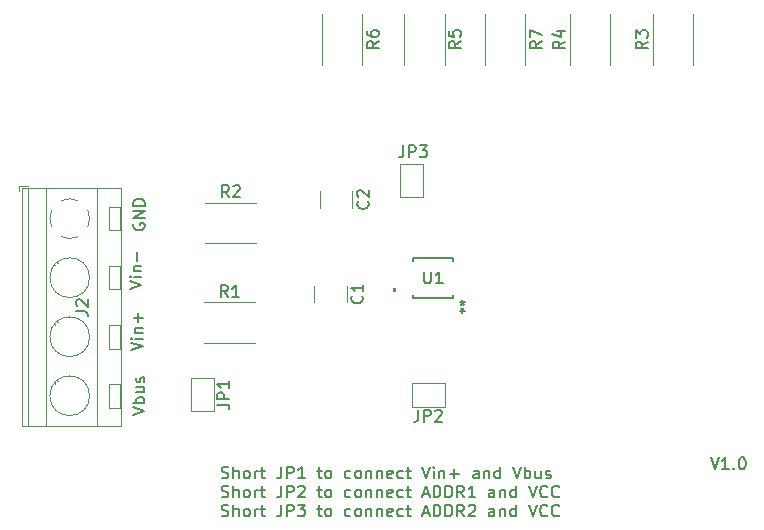
<source format=gto>
G04 #@! TF.GenerationSoftware,KiCad,Pcbnew,8.0.6-8.0.6-0~ubuntu22.04.1*
G04 #@! TF.CreationDate,2024-11-13T10:01:41+01:00*
G04 #@! TF.ProjectId,INA228_hat,494e4132-3238-45f6-9861-742e6b696361,rev?*
G04 #@! TF.SameCoordinates,Original*
G04 #@! TF.FileFunction,Legend,Top*
G04 #@! TF.FilePolarity,Positive*
%FSLAX46Y46*%
G04 Gerber Fmt 4.6, Leading zero omitted, Abs format (unit mm)*
G04 Created by KiCad (PCBNEW 8.0.6-8.0.6-0~ubuntu22.04.1) date 2024-11-13 10:01:41*
%MOMM*%
%LPD*%
G01*
G04 APERTURE LIST*
%ADD10C,0.150000*%
%ADD11C,0.120000*%
%ADD12C,0.152400*%
%ADD13C,0.000000*%
G04 APERTURE END LIST*
D10*
X109842438Y-71564411D02*
X109794819Y-71659649D01*
X109794819Y-71659649D02*
X109794819Y-71802506D01*
X109794819Y-71802506D02*
X109842438Y-71945363D01*
X109842438Y-71945363D02*
X109937676Y-72040601D01*
X109937676Y-72040601D02*
X110032914Y-72088220D01*
X110032914Y-72088220D02*
X110223390Y-72135839D01*
X110223390Y-72135839D02*
X110366247Y-72135839D01*
X110366247Y-72135839D02*
X110556723Y-72088220D01*
X110556723Y-72088220D02*
X110651961Y-72040601D01*
X110651961Y-72040601D02*
X110747200Y-71945363D01*
X110747200Y-71945363D02*
X110794819Y-71802506D01*
X110794819Y-71802506D02*
X110794819Y-71707268D01*
X110794819Y-71707268D02*
X110747200Y-71564411D01*
X110747200Y-71564411D02*
X110699580Y-71516792D01*
X110699580Y-71516792D02*
X110366247Y-71516792D01*
X110366247Y-71516792D02*
X110366247Y-71707268D01*
X110794819Y-71088220D02*
X109794819Y-71088220D01*
X109794819Y-71088220D02*
X110794819Y-70516792D01*
X110794819Y-70516792D02*
X109794819Y-70516792D01*
X110794819Y-70040601D02*
X109794819Y-70040601D01*
X109794819Y-70040601D02*
X109794819Y-69802506D01*
X109794819Y-69802506D02*
X109842438Y-69659649D01*
X109842438Y-69659649D02*
X109937676Y-69564411D01*
X109937676Y-69564411D02*
X110032914Y-69516792D01*
X110032914Y-69516792D02*
X110223390Y-69469173D01*
X110223390Y-69469173D02*
X110366247Y-69469173D01*
X110366247Y-69469173D02*
X110556723Y-69516792D01*
X110556723Y-69516792D02*
X110651961Y-69564411D01*
X110651961Y-69564411D02*
X110747200Y-69659649D01*
X110747200Y-69659649D02*
X110794819Y-69802506D01*
X110794819Y-69802506D02*
X110794819Y-70040601D01*
X109594819Y-82306077D02*
X110594819Y-81972744D01*
X110594819Y-81972744D02*
X109594819Y-81639411D01*
X110594819Y-81306077D02*
X109928152Y-81306077D01*
X109594819Y-81306077D02*
X109642438Y-81353696D01*
X109642438Y-81353696D02*
X109690057Y-81306077D01*
X109690057Y-81306077D02*
X109642438Y-81258458D01*
X109642438Y-81258458D02*
X109594819Y-81306077D01*
X109594819Y-81306077D02*
X109690057Y-81306077D01*
X109928152Y-80829887D02*
X110594819Y-80829887D01*
X110023390Y-80829887D02*
X109975771Y-80782268D01*
X109975771Y-80782268D02*
X109928152Y-80687030D01*
X109928152Y-80687030D02*
X109928152Y-80544173D01*
X109928152Y-80544173D02*
X109975771Y-80448935D01*
X109975771Y-80448935D02*
X110071009Y-80401316D01*
X110071009Y-80401316D02*
X110594819Y-80401316D01*
X110213866Y-79925125D02*
X110213866Y-79163221D01*
X110594819Y-79544173D02*
X109832914Y-79544173D01*
X109494819Y-77081077D02*
X110494819Y-76747744D01*
X110494819Y-76747744D02*
X109494819Y-76414411D01*
X110494819Y-76081077D02*
X109828152Y-76081077D01*
X109494819Y-76081077D02*
X109542438Y-76128696D01*
X109542438Y-76128696D02*
X109590057Y-76081077D01*
X109590057Y-76081077D02*
X109542438Y-76033458D01*
X109542438Y-76033458D02*
X109494819Y-76081077D01*
X109494819Y-76081077D02*
X109590057Y-76081077D01*
X109828152Y-75604887D02*
X110494819Y-75604887D01*
X109923390Y-75604887D02*
X109875771Y-75557268D01*
X109875771Y-75557268D02*
X109828152Y-75462030D01*
X109828152Y-75462030D02*
X109828152Y-75319173D01*
X109828152Y-75319173D02*
X109875771Y-75223935D01*
X109875771Y-75223935D02*
X109971009Y-75176316D01*
X109971009Y-75176316D02*
X110494819Y-75176316D01*
X110113866Y-74700125D02*
X110113866Y-73938221D01*
X117289160Y-93102312D02*
X117432017Y-93149931D01*
X117432017Y-93149931D02*
X117670112Y-93149931D01*
X117670112Y-93149931D02*
X117765350Y-93102312D01*
X117765350Y-93102312D02*
X117812969Y-93054692D01*
X117812969Y-93054692D02*
X117860588Y-92959454D01*
X117860588Y-92959454D02*
X117860588Y-92864216D01*
X117860588Y-92864216D02*
X117812969Y-92768978D01*
X117812969Y-92768978D02*
X117765350Y-92721359D01*
X117765350Y-92721359D02*
X117670112Y-92673740D01*
X117670112Y-92673740D02*
X117479636Y-92626121D01*
X117479636Y-92626121D02*
X117384398Y-92578502D01*
X117384398Y-92578502D02*
X117336779Y-92530883D01*
X117336779Y-92530883D02*
X117289160Y-92435645D01*
X117289160Y-92435645D02*
X117289160Y-92340407D01*
X117289160Y-92340407D02*
X117336779Y-92245169D01*
X117336779Y-92245169D02*
X117384398Y-92197550D01*
X117384398Y-92197550D02*
X117479636Y-92149931D01*
X117479636Y-92149931D02*
X117717731Y-92149931D01*
X117717731Y-92149931D02*
X117860588Y-92197550D01*
X118289160Y-93149931D02*
X118289160Y-92149931D01*
X118717731Y-93149931D02*
X118717731Y-92626121D01*
X118717731Y-92626121D02*
X118670112Y-92530883D01*
X118670112Y-92530883D02*
X118574874Y-92483264D01*
X118574874Y-92483264D02*
X118432017Y-92483264D01*
X118432017Y-92483264D02*
X118336779Y-92530883D01*
X118336779Y-92530883D02*
X118289160Y-92578502D01*
X119336779Y-93149931D02*
X119241541Y-93102312D01*
X119241541Y-93102312D02*
X119193922Y-93054692D01*
X119193922Y-93054692D02*
X119146303Y-92959454D01*
X119146303Y-92959454D02*
X119146303Y-92673740D01*
X119146303Y-92673740D02*
X119193922Y-92578502D01*
X119193922Y-92578502D02*
X119241541Y-92530883D01*
X119241541Y-92530883D02*
X119336779Y-92483264D01*
X119336779Y-92483264D02*
X119479636Y-92483264D01*
X119479636Y-92483264D02*
X119574874Y-92530883D01*
X119574874Y-92530883D02*
X119622493Y-92578502D01*
X119622493Y-92578502D02*
X119670112Y-92673740D01*
X119670112Y-92673740D02*
X119670112Y-92959454D01*
X119670112Y-92959454D02*
X119622493Y-93054692D01*
X119622493Y-93054692D02*
X119574874Y-93102312D01*
X119574874Y-93102312D02*
X119479636Y-93149931D01*
X119479636Y-93149931D02*
X119336779Y-93149931D01*
X120098684Y-93149931D02*
X120098684Y-92483264D01*
X120098684Y-92673740D02*
X120146303Y-92578502D01*
X120146303Y-92578502D02*
X120193922Y-92530883D01*
X120193922Y-92530883D02*
X120289160Y-92483264D01*
X120289160Y-92483264D02*
X120384398Y-92483264D01*
X120574875Y-92483264D02*
X120955827Y-92483264D01*
X120717732Y-92149931D02*
X120717732Y-93007073D01*
X120717732Y-93007073D02*
X120765351Y-93102312D01*
X120765351Y-93102312D02*
X120860589Y-93149931D01*
X120860589Y-93149931D02*
X120955827Y-93149931D01*
X122336780Y-92149931D02*
X122336780Y-92864216D01*
X122336780Y-92864216D02*
X122289161Y-93007073D01*
X122289161Y-93007073D02*
X122193923Y-93102312D01*
X122193923Y-93102312D02*
X122051066Y-93149931D01*
X122051066Y-93149931D02*
X121955828Y-93149931D01*
X122812971Y-93149931D02*
X122812971Y-92149931D01*
X122812971Y-92149931D02*
X123193923Y-92149931D01*
X123193923Y-92149931D02*
X123289161Y-92197550D01*
X123289161Y-92197550D02*
X123336780Y-92245169D01*
X123336780Y-92245169D02*
X123384399Y-92340407D01*
X123384399Y-92340407D02*
X123384399Y-92483264D01*
X123384399Y-92483264D02*
X123336780Y-92578502D01*
X123336780Y-92578502D02*
X123289161Y-92626121D01*
X123289161Y-92626121D02*
X123193923Y-92673740D01*
X123193923Y-92673740D02*
X122812971Y-92673740D01*
X124336780Y-93149931D02*
X123765352Y-93149931D01*
X124051066Y-93149931D02*
X124051066Y-92149931D01*
X124051066Y-92149931D02*
X123955828Y-92292788D01*
X123955828Y-92292788D02*
X123860590Y-92388026D01*
X123860590Y-92388026D02*
X123765352Y-92435645D01*
X125384400Y-92483264D02*
X125765352Y-92483264D01*
X125527257Y-92149931D02*
X125527257Y-93007073D01*
X125527257Y-93007073D02*
X125574876Y-93102312D01*
X125574876Y-93102312D02*
X125670114Y-93149931D01*
X125670114Y-93149931D02*
X125765352Y-93149931D01*
X126241543Y-93149931D02*
X126146305Y-93102312D01*
X126146305Y-93102312D02*
X126098686Y-93054692D01*
X126098686Y-93054692D02*
X126051067Y-92959454D01*
X126051067Y-92959454D02*
X126051067Y-92673740D01*
X126051067Y-92673740D02*
X126098686Y-92578502D01*
X126098686Y-92578502D02*
X126146305Y-92530883D01*
X126146305Y-92530883D02*
X126241543Y-92483264D01*
X126241543Y-92483264D02*
X126384400Y-92483264D01*
X126384400Y-92483264D02*
X126479638Y-92530883D01*
X126479638Y-92530883D02*
X126527257Y-92578502D01*
X126527257Y-92578502D02*
X126574876Y-92673740D01*
X126574876Y-92673740D02*
X126574876Y-92959454D01*
X126574876Y-92959454D02*
X126527257Y-93054692D01*
X126527257Y-93054692D02*
X126479638Y-93102312D01*
X126479638Y-93102312D02*
X126384400Y-93149931D01*
X126384400Y-93149931D02*
X126241543Y-93149931D01*
X128193924Y-93102312D02*
X128098686Y-93149931D01*
X128098686Y-93149931D02*
X127908210Y-93149931D01*
X127908210Y-93149931D02*
X127812972Y-93102312D01*
X127812972Y-93102312D02*
X127765353Y-93054692D01*
X127765353Y-93054692D02*
X127717734Y-92959454D01*
X127717734Y-92959454D02*
X127717734Y-92673740D01*
X127717734Y-92673740D02*
X127765353Y-92578502D01*
X127765353Y-92578502D02*
X127812972Y-92530883D01*
X127812972Y-92530883D02*
X127908210Y-92483264D01*
X127908210Y-92483264D02*
X128098686Y-92483264D01*
X128098686Y-92483264D02*
X128193924Y-92530883D01*
X128765353Y-93149931D02*
X128670115Y-93102312D01*
X128670115Y-93102312D02*
X128622496Y-93054692D01*
X128622496Y-93054692D02*
X128574877Y-92959454D01*
X128574877Y-92959454D02*
X128574877Y-92673740D01*
X128574877Y-92673740D02*
X128622496Y-92578502D01*
X128622496Y-92578502D02*
X128670115Y-92530883D01*
X128670115Y-92530883D02*
X128765353Y-92483264D01*
X128765353Y-92483264D02*
X128908210Y-92483264D01*
X128908210Y-92483264D02*
X129003448Y-92530883D01*
X129003448Y-92530883D02*
X129051067Y-92578502D01*
X129051067Y-92578502D02*
X129098686Y-92673740D01*
X129098686Y-92673740D02*
X129098686Y-92959454D01*
X129098686Y-92959454D02*
X129051067Y-93054692D01*
X129051067Y-93054692D02*
X129003448Y-93102312D01*
X129003448Y-93102312D02*
X128908210Y-93149931D01*
X128908210Y-93149931D02*
X128765353Y-93149931D01*
X129527258Y-92483264D02*
X129527258Y-93149931D01*
X129527258Y-92578502D02*
X129574877Y-92530883D01*
X129574877Y-92530883D02*
X129670115Y-92483264D01*
X129670115Y-92483264D02*
X129812972Y-92483264D01*
X129812972Y-92483264D02*
X129908210Y-92530883D01*
X129908210Y-92530883D02*
X129955829Y-92626121D01*
X129955829Y-92626121D02*
X129955829Y-93149931D01*
X130432020Y-92483264D02*
X130432020Y-93149931D01*
X130432020Y-92578502D02*
X130479639Y-92530883D01*
X130479639Y-92530883D02*
X130574877Y-92483264D01*
X130574877Y-92483264D02*
X130717734Y-92483264D01*
X130717734Y-92483264D02*
X130812972Y-92530883D01*
X130812972Y-92530883D02*
X130860591Y-92626121D01*
X130860591Y-92626121D02*
X130860591Y-93149931D01*
X131717734Y-93102312D02*
X131622496Y-93149931D01*
X131622496Y-93149931D02*
X131432020Y-93149931D01*
X131432020Y-93149931D02*
X131336782Y-93102312D01*
X131336782Y-93102312D02*
X131289163Y-93007073D01*
X131289163Y-93007073D02*
X131289163Y-92626121D01*
X131289163Y-92626121D02*
X131336782Y-92530883D01*
X131336782Y-92530883D02*
X131432020Y-92483264D01*
X131432020Y-92483264D02*
X131622496Y-92483264D01*
X131622496Y-92483264D02*
X131717734Y-92530883D01*
X131717734Y-92530883D02*
X131765353Y-92626121D01*
X131765353Y-92626121D02*
X131765353Y-92721359D01*
X131765353Y-92721359D02*
X131289163Y-92816597D01*
X132622496Y-93102312D02*
X132527258Y-93149931D01*
X132527258Y-93149931D02*
X132336782Y-93149931D01*
X132336782Y-93149931D02*
X132241544Y-93102312D01*
X132241544Y-93102312D02*
X132193925Y-93054692D01*
X132193925Y-93054692D02*
X132146306Y-92959454D01*
X132146306Y-92959454D02*
X132146306Y-92673740D01*
X132146306Y-92673740D02*
X132193925Y-92578502D01*
X132193925Y-92578502D02*
X132241544Y-92530883D01*
X132241544Y-92530883D02*
X132336782Y-92483264D01*
X132336782Y-92483264D02*
X132527258Y-92483264D01*
X132527258Y-92483264D02*
X132622496Y-92530883D01*
X132908211Y-92483264D02*
X133289163Y-92483264D01*
X133051068Y-92149931D02*
X133051068Y-93007073D01*
X133051068Y-93007073D02*
X133098687Y-93102312D01*
X133098687Y-93102312D02*
X133193925Y-93149931D01*
X133193925Y-93149931D02*
X133289163Y-93149931D01*
X134241545Y-92149931D02*
X134574878Y-93149931D01*
X134574878Y-93149931D02*
X134908211Y-92149931D01*
X135241545Y-93149931D02*
X135241545Y-92483264D01*
X135241545Y-92149931D02*
X135193926Y-92197550D01*
X135193926Y-92197550D02*
X135241545Y-92245169D01*
X135241545Y-92245169D02*
X135289164Y-92197550D01*
X135289164Y-92197550D02*
X135241545Y-92149931D01*
X135241545Y-92149931D02*
X135241545Y-92245169D01*
X135717735Y-92483264D02*
X135717735Y-93149931D01*
X135717735Y-92578502D02*
X135765354Y-92530883D01*
X135765354Y-92530883D02*
X135860592Y-92483264D01*
X135860592Y-92483264D02*
X136003449Y-92483264D01*
X136003449Y-92483264D02*
X136098687Y-92530883D01*
X136098687Y-92530883D02*
X136146306Y-92626121D01*
X136146306Y-92626121D02*
X136146306Y-93149931D01*
X136622497Y-92768978D02*
X137384402Y-92768978D01*
X137003449Y-93149931D02*
X137003449Y-92388026D01*
X139051068Y-93149931D02*
X139051068Y-92626121D01*
X139051068Y-92626121D02*
X139003449Y-92530883D01*
X139003449Y-92530883D02*
X138908211Y-92483264D01*
X138908211Y-92483264D02*
X138717735Y-92483264D01*
X138717735Y-92483264D02*
X138622497Y-92530883D01*
X139051068Y-93102312D02*
X138955830Y-93149931D01*
X138955830Y-93149931D02*
X138717735Y-93149931D01*
X138717735Y-93149931D02*
X138622497Y-93102312D01*
X138622497Y-93102312D02*
X138574878Y-93007073D01*
X138574878Y-93007073D02*
X138574878Y-92911835D01*
X138574878Y-92911835D02*
X138622497Y-92816597D01*
X138622497Y-92816597D02*
X138717735Y-92768978D01*
X138717735Y-92768978D02*
X138955830Y-92768978D01*
X138955830Y-92768978D02*
X139051068Y-92721359D01*
X139527259Y-92483264D02*
X139527259Y-93149931D01*
X139527259Y-92578502D02*
X139574878Y-92530883D01*
X139574878Y-92530883D02*
X139670116Y-92483264D01*
X139670116Y-92483264D02*
X139812973Y-92483264D01*
X139812973Y-92483264D02*
X139908211Y-92530883D01*
X139908211Y-92530883D02*
X139955830Y-92626121D01*
X139955830Y-92626121D02*
X139955830Y-93149931D01*
X140860592Y-93149931D02*
X140860592Y-92149931D01*
X140860592Y-93102312D02*
X140765354Y-93149931D01*
X140765354Y-93149931D02*
X140574878Y-93149931D01*
X140574878Y-93149931D02*
X140479640Y-93102312D01*
X140479640Y-93102312D02*
X140432021Y-93054692D01*
X140432021Y-93054692D02*
X140384402Y-92959454D01*
X140384402Y-92959454D02*
X140384402Y-92673740D01*
X140384402Y-92673740D02*
X140432021Y-92578502D01*
X140432021Y-92578502D02*
X140479640Y-92530883D01*
X140479640Y-92530883D02*
X140574878Y-92483264D01*
X140574878Y-92483264D02*
X140765354Y-92483264D01*
X140765354Y-92483264D02*
X140860592Y-92530883D01*
X141955831Y-92149931D02*
X142289164Y-93149931D01*
X142289164Y-93149931D02*
X142622497Y-92149931D01*
X142955831Y-93149931D02*
X142955831Y-92149931D01*
X142955831Y-92530883D02*
X143051069Y-92483264D01*
X143051069Y-92483264D02*
X143241545Y-92483264D01*
X143241545Y-92483264D02*
X143336783Y-92530883D01*
X143336783Y-92530883D02*
X143384402Y-92578502D01*
X143384402Y-92578502D02*
X143432021Y-92673740D01*
X143432021Y-92673740D02*
X143432021Y-92959454D01*
X143432021Y-92959454D02*
X143384402Y-93054692D01*
X143384402Y-93054692D02*
X143336783Y-93102312D01*
X143336783Y-93102312D02*
X143241545Y-93149931D01*
X143241545Y-93149931D02*
X143051069Y-93149931D01*
X143051069Y-93149931D02*
X142955831Y-93102312D01*
X144289164Y-92483264D02*
X144289164Y-93149931D01*
X143860593Y-92483264D02*
X143860593Y-93007073D01*
X143860593Y-93007073D02*
X143908212Y-93102312D01*
X143908212Y-93102312D02*
X144003450Y-93149931D01*
X144003450Y-93149931D02*
X144146307Y-93149931D01*
X144146307Y-93149931D02*
X144241545Y-93102312D01*
X144241545Y-93102312D02*
X144289164Y-93054692D01*
X144717736Y-93102312D02*
X144812974Y-93149931D01*
X144812974Y-93149931D02*
X145003450Y-93149931D01*
X145003450Y-93149931D02*
X145098688Y-93102312D01*
X145098688Y-93102312D02*
X145146307Y-93007073D01*
X145146307Y-93007073D02*
X145146307Y-92959454D01*
X145146307Y-92959454D02*
X145098688Y-92864216D01*
X145098688Y-92864216D02*
X145003450Y-92816597D01*
X145003450Y-92816597D02*
X144860593Y-92816597D01*
X144860593Y-92816597D02*
X144765355Y-92768978D01*
X144765355Y-92768978D02*
X144717736Y-92673740D01*
X144717736Y-92673740D02*
X144717736Y-92626121D01*
X144717736Y-92626121D02*
X144765355Y-92530883D01*
X144765355Y-92530883D02*
X144860593Y-92483264D01*
X144860593Y-92483264D02*
X145003450Y-92483264D01*
X145003450Y-92483264D02*
X145098688Y-92530883D01*
X117289160Y-94712256D02*
X117432017Y-94759875D01*
X117432017Y-94759875D02*
X117670112Y-94759875D01*
X117670112Y-94759875D02*
X117765350Y-94712256D01*
X117765350Y-94712256D02*
X117812969Y-94664636D01*
X117812969Y-94664636D02*
X117860588Y-94569398D01*
X117860588Y-94569398D02*
X117860588Y-94474160D01*
X117860588Y-94474160D02*
X117812969Y-94378922D01*
X117812969Y-94378922D02*
X117765350Y-94331303D01*
X117765350Y-94331303D02*
X117670112Y-94283684D01*
X117670112Y-94283684D02*
X117479636Y-94236065D01*
X117479636Y-94236065D02*
X117384398Y-94188446D01*
X117384398Y-94188446D02*
X117336779Y-94140827D01*
X117336779Y-94140827D02*
X117289160Y-94045589D01*
X117289160Y-94045589D02*
X117289160Y-93950351D01*
X117289160Y-93950351D02*
X117336779Y-93855113D01*
X117336779Y-93855113D02*
X117384398Y-93807494D01*
X117384398Y-93807494D02*
X117479636Y-93759875D01*
X117479636Y-93759875D02*
X117717731Y-93759875D01*
X117717731Y-93759875D02*
X117860588Y-93807494D01*
X118289160Y-94759875D02*
X118289160Y-93759875D01*
X118717731Y-94759875D02*
X118717731Y-94236065D01*
X118717731Y-94236065D02*
X118670112Y-94140827D01*
X118670112Y-94140827D02*
X118574874Y-94093208D01*
X118574874Y-94093208D02*
X118432017Y-94093208D01*
X118432017Y-94093208D02*
X118336779Y-94140827D01*
X118336779Y-94140827D02*
X118289160Y-94188446D01*
X119336779Y-94759875D02*
X119241541Y-94712256D01*
X119241541Y-94712256D02*
X119193922Y-94664636D01*
X119193922Y-94664636D02*
X119146303Y-94569398D01*
X119146303Y-94569398D02*
X119146303Y-94283684D01*
X119146303Y-94283684D02*
X119193922Y-94188446D01*
X119193922Y-94188446D02*
X119241541Y-94140827D01*
X119241541Y-94140827D02*
X119336779Y-94093208D01*
X119336779Y-94093208D02*
X119479636Y-94093208D01*
X119479636Y-94093208D02*
X119574874Y-94140827D01*
X119574874Y-94140827D02*
X119622493Y-94188446D01*
X119622493Y-94188446D02*
X119670112Y-94283684D01*
X119670112Y-94283684D02*
X119670112Y-94569398D01*
X119670112Y-94569398D02*
X119622493Y-94664636D01*
X119622493Y-94664636D02*
X119574874Y-94712256D01*
X119574874Y-94712256D02*
X119479636Y-94759875D01*
X119479636Y-94759875D02*
X119336779Y-94759875D01*
X120098684Y-94759875D02*
X120098684Y-94093208D01*
X120098684Y-94283684D02*
X120146303Y-94188446D01*
X120146303Y-94188446D02*
X120193922Y-94140827D01*
X120193922Y-94140827D02*
X120289160Y-94093208D01*
X120289160Y-94093208D02*
X120384398Y-94093208D01*
X120574875Y-94093208D02*
X120955827Y-94093208D01*
X120717732Y-93759875D02*
X120717732Y-94617017D01*
X120717732Y-94617017D02*
X120765351Y-94712256D01*
X120765351Y-94712256D02*
X120860589Y-94759875D01*
X120860589Y-94759875D02*
X120955827Y-94759875D01*
X122336780Y-93759875D02*
X122336780Y-94474160D01*
X122336780Y-94474160D02*
X122289161Y-94617017D01*
X122289161Y-94617017D02*
X122193923Y-94712256D01*
X122193923Y-94712256D02*
X122051066Y-94759875D01*
X122051066Y-94759875D02*
X121955828Y-94759875D01*
X122812971Y-94759875D02*
X122812971Y-93759875D01*
X122812971Y-93759875D02*
X123193923Y-93759875D01*
X123193923Y-93759875D02*
X123289161Y-93807494D01*
X123289161Y-93807494D02*
X123336780Y-93855113D01*
X123336780Y-93855113D02*
X123384399Y-93950351D01*
X123384399Y-93950351D02*
X123384399Y-94093208D01*
X123384399Y-94093208D02*
X123336780Y-94188446D01*
X123336780Y-94188446D02*
X123289161Y-94236065D01*
X123289161Y-94236065D02*
X123193923Y-94283684D01*
X123193923Y-94283684D02*
X122812971Y-94283684D01*
X123765352Y-93855113D02*
X123812971Y-93807494D01*
X123812971Y-93807494D02*
X123908209Y-93759875D01*
X123908209Y-93759875D02*
X124146304Y-93759875D01*
X124146304Y-93759875D02*
X124241542Y-93807494D01*
X124241542Y-93807494D02*
X124289161Y-93855113D01*
X124289161Y-93855113D02*
X124336780Y-93950351D01*
X124336780Y-93950351D02*
X124336780Y-94045589D01*
X124336780Y-94045589D02*
X124289161Y-94188446D01*
X124289161Y-94188446D02*
X123717733Y-94759875D01*
X123717733Y-94759875D02*
X124336780Y-94759875D01*
X125384400Y-94093208D02*
X125765352Y-94093208D01*
X125527257Y-93759875D02*
X125527257Y-94617017D01*
X125527257Y-94617017D02*
X125574876Y-94712256D01*
X125574876Y-94712256D02*
X125670114Y-94759875D01*
X125670114Y-94759875D02*
X125765352Y-94759875D01*
X126241543Y-94759875D02*
X126146305Y-94712256D01*
X126146305Y-94712256D02*
X126098686Y-94664636D01*
X126098686Y-94664636D02*
X126051067Y-94569398D01*
X126051067Y-94569398D02*
X126051067Y-94283684D01*
X126051067Y-94283684D02*
X126098686Y-94188446D01*
X126098686Y-94188446D02*
X126146305Y-94140827D01*
X126146305Y-94140827D02*
X126241543Y-94093208D01*
X126241543Y-94093208D02*
X126384400Y-94093208D01*
X126384400Y-94093208D02*
X126479638Y-94140827D01*
X126479638Y-94140827D02*
X126527257Y-94188446D01*
X126527257Y-94188446D02*
X126574876Y-94283684D01*
X126574876Y-94283684D02*
X126574876Y-94569398D01*
X126574876Y-94569398D02*
X126527257Y-94664636D01*
X126527257Y-94664636D02*
X126479638Y-94712256D01*
X126479638Y-94712256D02*
X126384400Y-94759875D01*
X126384400Y-94759875D02*
X126241543Y-94759875D01*
X128193924Y-94712256D02*
X128098686Y-94759875D01*
X128098686Y-94759875D02*
X127908210Y-94759875D01*
X127908210Y-94759875D02*
X127812972Y-94712256D01*
X127812972Y-94712256D02*
X127765353Y-94664636D01*
X127765353Y-94664636D02*
X127717734Y-94569398D01*
X127717734Y-94569398D02*
X127717734Y-94283684D01*
X127717734Y-94283684D02*
X127765353Y-94188446D01*
X127765353Y-94188446D02*
X127812972Y-94140827D01*
X127812972Y-94140827D02*
X127908210Y-94093208D01*
X127908210Y-94093208D02*
X128098686Y-94093208D01*
X128098686Y-94093208D02*
X128193924Y-94140827D01*
X128765353Y-94759875D02*
X128670115Y-94712256D01*
X128670115Y-94712256D02*
X128622496Y-94664636D01*
X128622496Y-94664636D02*
X128574877Y-94569398D01*
X128574877Y-94569398D02*
X128574877Y-94283684D01*
X128574877Y-94283684D02*
X128622496Y-94188446D01*
X128622496Y-94188446D02*
X128670115Y-94140827D01*
X128670115Y-94140827D02*
X128765353Y-94093208D01*
X128765353Y-94093208D02*
X128908210Y-94093208D01*
X128908210Y-94093208D02*
X129003448Y-94140827D01*
X129003448Y-94140827D02*
X129051067Y-94188446D01*
X129051067Y-94188446D02*
X129098686Y-94283684D01*
X129098686Y-94283684D02*
X129098686Y-94569398D01*
X129098686Y-94569398D02*
X129051067Y-94664636D01*
X129051067Y-94664636D02*
X129003448Y-94712256D01*
X129003448Y-94712256D02*
X128908210Y-94759875D01*
X128908210Y-94759875D02*
X128765353Y-94759875D01*
X129527258Y-94093208D02*
X129527258Y-94759875D01*
X129527258Y-94188446D02*
X129574877Y-94140827D01*
X129574877Y-94140827D02*
X129670115Y-94093208D01*
X129670115Y-94093208D02*
X129812972Y-94093208D01*
X129812972Y-94093208D02*
X129908210Y-94140827D01*
X129908210Y-94140827D02*
X129955829Y-94236065D01*
X129955829Y-94236065D02*
X129955829Y-94759875D01*
X130432020Y-94093208D02*
X130432020Y-94759875D01*
X130432020Y-94188446D02*
X130479639Y-94140827D01*
X130479639Y-94140827D02*
X130574877Y-94093208D01*
X130574877Y-94093208D02*
X130717734Y-94093208D01*
X130717734Y-94093208D02*
X130812972Y-94140827D01*
X130812972Y-94140827D02*
X130860591Y-94236065D01*
X130860591Y-94236065D02*
X130860591Y-94759875D01*
X131717734Y-94712256D02*
X131622496Y-94759875D01*
X131622496Y-94759875D02*
X131432020Y-94759875D01*
X131432020Y-94759875D02*
X131336782Y-94712256D01*
X131336782Y-94712256D02*
X131289163Y-94617017D01*
X131289163Y-94617017D02*
X131289163Y-94236065D01*
X131289163Y-94236065D02*
X131336782Y-94140827D01*
X131336782Y-94140827D02*
X131432020Y-94093208D01*
X131432020Y-94093208D02*
X131622496Y-94093208D01*
X131622496Y-94093208D02*
X131717734Y-94140827D01*
X131717734Y-94140827D02*
X131765353Y-94236065D01*
X131765353Y-94236065D02*
X131765353Y-94331303D01*
X131765353Y-94331303D02*
X131289163Y-94426541D01*
X132622496Y-94712256D02*
X132527258Y-94759875D01*
X132527258Y-94759875D02*
X132336782Y-94759875D01*
X132336782Y-94759875D02*
X132241544Y-94712256D01*
X132241544Y-94712256D02*
X132193925Y-94664636D01*
X132193925Y-94664636D02*
X132146306Y-94569398D01*
X132146306Y-94569398D02*
X132146306Y-94283684D01*
X132146306Y-94283684D02*
X132193925Y-94188446D01*
X132193925Y-94188446D02*
X132241544Y-94140827D01*
X132241544Y-94140827D02*
X132336782Y-94093208D01*
X132336782Y-94093208D02*
X132527258Y-94093208D01*
X132527258Y-94093208D02*
X132622496Y-94140827D01*
X132908211Y-94093208D02*
X133289163Y-94093208D01*
X133051068Y-93759875D02*
X133051068Y-94617017D01*
X133051068Y-94617017D02*
X133098687Y-94712256D01*
X133098687Y-94712256D02*
X133193925Y-94759875D01*
X133193925Y-94759875D02*
X133289163Y-94759875D01*
X134336783Y-94474160D02*
X134812973Y-94474160D01*
X134241545Y-94759875D02*
X134574878Y-93759875D01*
X134574878Y-93759875D02*
X134908211Y-94759875D01*
X135241545Y-94759875D02*
X135241545Y-93759875D01*
X135241545Y-93759875D02*
X135479640Y-93759875D01*
X135479640Y-93759875D02*
X135622497Y-93807494D01*
X135622497Y-93807494D02*
X135717735Y-93902732D01*
X135717735Y-93902732D02*
X135765354Y-93997970D01*
X135765354Y-93997970D02*
X135812973Y-94188446D01*
X135812973Y-94188446D02*
X135812973Y-94331303D01*
X135812973Y-94331303D02*
X135765354Y-94521779D01*
X135765354Y-94521779D02*
X135717735Y-94617017D01*
X135717735Y-94617017D02*
X135622497Y-94712256D01*
X135622497Y-94712256D02*
X135479640Y-94759875D01*
X135479640Y-94759875D02*
X135241545Y-94759875D01*
X136241545Y-94759875D02*
X136241545Y-93759875D01*
X136241545Y-93759875D02*
X136479640Y-93759875D01*
X136479640Y-93759875D02*
X136622497Y-93807494D01*
X136622497Y-93807494D02*
X136717735Y-93902732D01*
X136717735Y-93902732D02*
X136765354Y-93997970D01*
X136765354Y-93997970D02*
X136812973Y-94188446D01*
X136812973Y-94188446D02*
X136812973Y-94331303D01*
X136812973Y-94331303D02*
X136765354Y-94521779D01*
X136765354Y-94521779D02*
X136717735Y-94617017D01*
X136717735Y-94617017D02*
X136622497Y-94712256D01*
X136622497Y-94712256D02*
X136479640Y-94759875D01*
X136479640Y-94759875D02*
X136241545Y-94759875D01*
X137812973Y-94759875D02*
X137479640Y-94283684D01*
X137241545Y-94759875D02*
X137241545Y-93759875D01*
X137241545Y-93759875D02*
X137622497Y-93759875D01*
X137622497Y-93759875D02*
X137717735Y-93807494D01*
X137717735Y-93807494D02*
X137765354Y-93855113D01*
X137765354Y-93855113D02*
X137812973Y-93950351D01*
X137812973Y-93950351D02*
X137812973Y-94093208D01*
X137812973Y-94093208D02*
X137765354Y-94188446D01*
X137765354Y-94188446D02*
X137717735Y-94236065D01*
X137717735Y-94236065D02*
X137622497Y-94283684D01*
X137622497Y-94283684D02*
X137241545Y-94283684D01*
X138765354Y-94759875D02*
X138193926Y-94759875D01*
X138479640Y-94759875D02*
X138479640Y-93759875D01*
X138479640Y-93759875D02*
X138384402Y-93902732D01*
X138384402Y-93902732D02*
X138289164Y-93997970D01*
X138289164Y-93997970D02*
X138193926Y-94045589D01*
X140384402Y-94759875D02*
X140384402Y-94236065D01*
X140384402Y-94236065D02*
X140336783Y-94140827D01*
X140336783Y-94140827D02*
X140241545Y-94093208D01*
X140241545Y-94093208D02*
X140051069Y-94093208D01*
X140051069Y-94093208D02*
X139955831Y-94140827D01*
X140384402Y-94712256D02*
X140289164Y-94759875D01*
X140289164Y-94759875D02*
X140051069Y-94759875D01*
X140051069Y-94759875D02*
X139955831Y-94712256D01*
X139955831Y-94712256D02*
X139908212Y-94617017D01*
X139908212Y-94617017D02*
X139908212Y-94521779D01*
X139908212Y-94521779D02*
X139955831Y-94426541D01*
X139955831Y-94426541D02*
X140051069Y-94378922D01*
X140051069Y-94378922D02*
X140289164Y-94378922D01*
X140289164Y-94378922D02*
X140384402Y-94331303D01*
X140860593Y-94093208D02*
X140860593Y-94759875D01*
X140860593Y-94188446D02*
X140908212Y-94140827D01*
X140908212Y-94140827D02*
X141003450Y-94093208D01*
X141003450Y-94093208D02*
X141146307Y-94093208D01*
X141146307Y-94093208D02*
X141241545Y-94140827D01*
X141241545Y-94140827D02*
X141289164Y-94236065D01*
X141289164Y-94236065D02*
X141289164Y-94759875D01*
X142193926Y-94759875D02*
X142193926Y-93759875D01*
X142193926Y-94712256D02*
X142098688Y-94759875D01*
X142098688Y-94759875D02*
X141908212Y-94759875D01*
X141908212Y-94759875D02*
X141812974Y-94712256D01*
X141812974Y-94712256D02*
X141765355Y-94664636D01*
X141765355Y-94664636D02*
X141717736Y-94569398D01*
X141717736Y-94569398D02*
X141717736Y-94283684D01*
X141717736Y-94283684D02*
X141765355Y-94188446D01*
X141765355Y-94188446D02*
X141812974Y-94140827D01*
X141812974Y-94140827D02*
X141908212Y-94093208D01*
X141908212Y-94093208D02*
X142098688Y-94093208D01*
X142098688Y-94093208D02*
X142193926Y-94140827D01*
X143289165Y-93759875D02*
X143622498Y-94759875D01*
X143622498Y-94759875D02*
X143955831Y-93759875D01*
X144860593Y-94664636D02*
X144812974Y-94712256D01*
X144812974Y-94712256D02*
X144670117Y-94759875D01*
X144670117Y-94759875D02*
X144574879Y-94759875D01*
X144574879Y-94759875D02*
X144432022Y-94712256D01*
X144432022Y-94712256D02*
X144336784Y-94617017D01*
X144336784Y-94617017D02*
X144289165Y-94521779D01*
X144289165Y-94521779D02*
X144241546Y-94331303D01*
X144241546Y-94331303D02*
X144241546Y-94188446D01*
X144241546Y-94188446D02*
X144289165Y-93997970D01*
X144289165Y-93997970D02*
X144336784Y-93902732D01*
X144336784Y-93902732D02*
X144432022Y-93807494D01*
X144432022Y-93807494D02*
X144574879Y-93759875D01*
X144574879Y-93759875D02*
X144670117Y-93759875D01*
X144670117Y-93759875D02*
X144812974Y-93807494D01*
X144812974Y-93807494D02*
X144860593Y-93855113D01*
X145860593Y-94664636D02*
X145812974Y-94712256D01*
X145812974Y-94712256D02*
X145670117Y-94759875D01*
X145670117Y-94759875D02*
X145574879Y-94759875D01*
X145574879Y-94759875D02*
X145432022Y-94712256D01*
X145432022Y-94712256D02*
X145336784Y-94617017D01*
X145336784Y-94617017D02*
X145289165Y-94521779D01*
X145289165Y-94521779D02*
X145241546Y-94331303D01*
X145241546Y-94331303D02*
X145241546Y-94188446D01*
X145241546Y-94188446D02*
X145289165Y-93997970D01*
X145289165Y-93997970D02*
X145336784Y-93902732D01*
X145336784Y-93902732D02*
X145432022Y-93807494D01*
X145432022Y-93807494D02*
X145574879Y-93759875D01*
X145574879Y-93759875D02*
X145670117Y-93759875D01*
X145670117Y-93759875D02*
X145812974Y-93807494D01*
X145812974Y-93807494D02*
X145860593Y-93855113D01*
X117289160Y-96322200D02*
X117432017Y-96369819D01*
X117432017Y-96369819D02*
X117670112Y-96369819D01*
X117670112Y-96369819D02*
X117765350Y-96322200D01*
X117765350Y-96322200D02*
X117812969Y-96274580D01*
X117812969Y-96274580D02*
X117860588Y-96179342D01*
X117860588Y-96179342D02*
X117860588Y-96084104D01*
X117860588Y-96084104D02*
X117812969Y-95988866D01*
X117812969Y-95988866D02*
X117765350Y-95941247D01*
X117765350Y-95941247D02*
X117670112Y-95893628D01*
X117670112Y-95893628D02*
X117479636Y-95846009D01*
X117479636Y-95846009D02*
X117384398Y-95798390D01*
X117384398Y-95798390D02*
X117336779Y-95750771D01*
X117336779Y-95750771D02*
X117289160Y-95655533D01*
X117289160Y-95655533D02*
X117289160Y-95560295D01*
X117289160Y-95560295D02*
X117336779Y-95465057D01*
X117336779Y-95465057D02*
X117384398Y-95417438D01*
X117384398Y-95417438D02*
X117479636Y-95369819D01*
X117479636Y-95369819D02*
X117717731Y-95369819D01*
X117717731Y-95369819D02*
X117860588Y-95417438D01*
X118289160Y-96369819D02*
X118289160Y-95369819D01*
X118717731Y-96369819D02*
X118717731Y-95846009D01*
X118717731Y-95846009D02*
X118670112Y-95750771D01*
X118670112Y-95750771D02*
X118574874Y-95703152D01*
X118574874Y-95703152D02*
X118432017Y-95703152D01*
X118432017Y-95703152D02*
X118336779Y-95750771D01*
X118336779Y-95750771D02*
X118289160Y-95798390D01*
X119336779Y-96369819D02*
X119241541Y-96322200D01*
X119241541Y-96322200D02*
X119193922Y-96274580D01*
X119193922Y-96274580D02*
X119146303Y-96179342D01*
X119146303Y-96179342D02*
X119146303Y-95893628D01*
X119146303Y-95893628D02*
X119193922Y-95798390D01*
X119193922Y-95798390D02*
X119241541Y-95750771D01*
X119241541Y-95750771D02*
X119336779Y-95703152D01*
X119336779Y-95703152D02*
X119479636Y-95703152D01*
X119479636Y-95703152D02*
X119574874Y-95750771D01*
X119574874Y-95750771D02*
X119622493Y-95798390D01*
X119622493Y-95798390D02*
X119670112Y-95893628D01*
X119670112Y-95893628D02*
X119670112Y-96179342D01*
X119670112Y-96179342D02*
X119622493Y-96274580D01*
X119622493Y-96274580D02*
X119574874Y-96322200D01*
X119574874Y-96322200D02*
X119479636Y-96369819D01*
X119479636Y-96369819D02*
X119336779Y-96369819D01*
X120098684Y-96369819D02*
X120098684Y-95703152D01*
X120098684Y-95893628D02*
X120146303Y-95798390D01*
X120146303Y-95798390D02*
X120193922Y-95750771D01*
X120193922Y-95750771D02*
X120289160Y-95703152D01*
X120289160Y-95703152D02*
X120384398Y-95703152D01*
X120574875Y-95703152D02*
X120955827Y-95703152D01*
X120717732Y-95369819D02*
X120717732Y-96226961D01*
X120717732Y-96226961D02*
X120765351Y-96322200D01*
X120765351Y-96322200D02*
X120860589Y-96369819D01*
X120860589Y-96369819D02*
X120955827Y-96369819D01*
X122336780Y-95369819D02*
X122336780Y-96084104D01*
X122336780Y-96084104D02*
X122289161Y-96226961D01*
X122289161Y-96226961D02*
X122193923Y-96322200D01*
X122193923Y-96322200D02*
X122051066Y-96369819D01*
X122051066Y-96369819D02*
X121955828Y-96369819D01*
X122812971Y-96369819D02*
X122812971Y-95369819D01*
X122812971Y-95369819D02*
X123193923Y-95369819D01*
X123193923Y-95369819D02*
X123289161Y-95417438D01*
X123289161Y-95417438D02*
X123336780Y-95465057D01*
X123336780Y-95465057D02*
X123384399Y-95560295D01*
X123384399Y-95560295D02*
X123384399Y-95703152D01*
X123384399Y-95703152D02*
X123336780Y-95798390D01*
X123336780Y-95798390D02*
X123289161Y-95846009D01*
X123289161Y-95846009D02*
X123193923Y-95893628D01*
X123193923Y-95893628D02*
X122812971Y-95893628D01*
X123717733Y-95369819D02*
X124336780Y-95369819D01*
X124336780Y-95369819D02*
X124003447Y-95750771D01*
X124003447Y-95750771D02*
X124146304Y-95750771D01*
X124146304Y-95750771D02*
X124241542Y-95798390D01*
X124241542Y-95798390D02*
X124289161Y-95846009D01*
X124289161Y-95846009D02*
X124336780Y-95941247D01*
X124336780Y-95941247D02*
X124336780Y-96179342D01*
X124336780Y-96179342D02*
X124289161Y-96274580D01*
X124289161Y-96274580D02*
X124241542Y-96322200D01*
X124241542Y-96322200D02*
X124146304Y-96369819D01*
X124146304Y-96369819D02*
X123860590Y-96369819D01*
X123860590Y-96369819D02*
X123765352Y-96322200D01*
X123765352Y-96322200D02*
X123717733Y-96274580D01*
X125384400Y-95703152D02*
X125765352Y-95703152D01*
X125527257Y-95369819D02*
X125527257Y-96226961D01*
X125527257Y-96226961D02*
X125574876Y-96322200D01*
X125574876Y-96322200D02*
X125670114Y-96369819D01*
X125670114Y-96369819D02*
X125765352Y-96369819D01*
X126241543Y-96369819D02*
X126146305Y-96322200D01*
X126146305Y-96322200D02*
X126098686Y-96274580D01*
X126098686Y-96274580D02*
X126051067Y-96179342D01*
X126051067Y-96179342D02*
X126051067Y-95893628D01*
X126051067Y-95893628D02*
X126098686Y-95798390D01*
X126098686Y-95798390D02*
X126146305Y-95750771D01*
X126146305Y-95750771D02*
X126241543Y-95703152D01*
X126241543Y-95703152D02*
X126384400Y-95703152D01*
X126384400Y-95703152D02*
X126479638Y-95750771D01*
X126479638Y-95750771D02*
X126527257Y-95798390D01*
X126527257Y-95798390D02*
X126574876Y-95893628D01*
X126574876Y-95893628D02*
X126574876Y-96179342D01*
X126574876Y-96179342D02*
X126527257Y-96274580D01*
X126527257Y-96274580D02*
X126479638Y-96322200D01*
X126479638Y-96322200D02*
X126384400Y-96369819D01*
X126384400Y-96369819D02*
X126241543Y-96369819D01*
X128193924Y-96322200D02*
X128098686Y-96369819D01*
X128098686Y-96369819D02*
X127908210Y-96369819D01*
X127908210Y-96369819D02*
X127812972Y-96322200D01*
X127812972Y-96322200D02*
X127765353Y-96274580D01*
X127765353Y-96274580D02*
X127717734Y-96179342D01*
X127717734Y-96179342D02*
X127717734Y-95893628D01*
X127717734Y-95893628D02*
X127765353Y-95798390D01*
X127765353Y-95798390D02*
X127812972Y-95750771D01*
X127812972Y-95750771D02*
X127908210Y-95703152D01*
X127908210Y-95703152D02*
X128098686Y-95703152D01*
X128098686Y-95703152D02*
X128193924Y-95750771D01*
X128765353Y-96369819D02*
X128670115Y-96322200D01*
X128670115Y-96322200D02*
X128622496Y-96274580D01*
X128622496Y-96274580D02*
X128574877Y-96179342D01*
X128574877Y-96179342D02*
X128574877Y-95893628D01*
X128574877Y-95893628D02*
X128622496Y-95798390D01*
X128622496Y-95798390D02*
X128670115Y-95750771D01*
X128670115Y-95750771D02*
X128765353Y-95703152D01*
X128765353Y-95703152D02*
X128908210Y-95703152D01*
X128908210Y-95703152D02*
X129003448Y-95750771D01*
X129003448Y-95750771D02*
X129051067Y-95798390D01*
X129051067Y-95798390D02*
X129098686Y-95893628D01*
X129098686Y-95893628D02*
X129098686Y-96179342D01*
X129098686Y-96179342D02*
X129051067Y-96274580D01*
X129051067Y-96274580D02*
X129003448Y-96322200D01*
X129003448Y-96322200D02*
X128908210Y-96369819D01*
X128908210Y-96369819D02*
X128765353Y-96369819D01*
X129527258Y-95703152D02*
X129527258Y-96369819D01*
X129527258Y-95798390D02*
X129574877Y-95750771D01*
X129574877Y-95750771D02*
X129670115Y-95703152D01*
X129670115Y-95703152D02*
X129812972Y-95703152D01*
X129812972Y-95703152D02*
X129908210Y-95750771D01*
X129908210Y-95750771D02*
X129955829Y-95846009D01*
X129955829Y-95846009D02*
X129955829Y-96369819D01*
X130432020Y-95703152D02*
X130432020Y-96369819D01*
X130432020Y-95798390D02*
X130479639Y-95750771D01*
X130479639Y-95750771D02*
X130574877Y-95703152D01*
X130574877Y-95703152D02*
X130717734Y-95703152D01*
X130717734Y-95703152D02*
X130812972Y-95750771D01*
X130812972Y-95750771D02*
X130860591Y-95846009D01*
X130860591Y-95846009D02*
X130860591Y-96369819D01*
X131717734Y-96322200D02*
X131622496Y-96369819D01*
X131622496Y-96369819D02*
X131432020Y-96369819D01*
X131432020Y-96369819D02*
X131336782Y-96322200D01*
X131336782Y-96322200D02*
X131289163Y-96226961D01*
X131289163Y-96226961D02*
X131289163Y-95846009D01*
X131289163Y-95846009D02*
X131336782Y-95750771D01*
X131336782Y-95750771D02*
X131432020Y-95703152D01*
X131432020Y-95703152D02*
X131622496Y-95703152D01*
X131622496Y-95703152D02*
X131717734Y-95750771D01*
X131717734Y-95750771D02*
X131765353Y-95846009D01*
X131765353Y-95846009D02*
X131765353Y-95941247D01*
X131765353Y-95941247D02*
X131289163Y-96036485D01*
X132622496Y-96322200D02*
X132527258Y-96369819D01*
X132527258Y-96369819D02*
X132336782Y-96369819D01*
X132336782Y-96369819D02*
X132241544Y-96322200D01*
X132241544Y-96322200D02*
X132193925Y-96274580D01*
X132193925Y-96274580D02*
X132146306Y-96179342D01*
X132146306Y-96179342D02*
X132146306Y-95893628D01*
X132146306Y-95893628D02*
X132193925Y-95798390D01*
X132193925Y-95798390D02*
X132241544Y-95750771D01*
X132241544Y-95750771D02*
X132336782Y-95703152D01*
X132336782Y-95703152D02*
X132527258Y-95703152D01*
X132527258Y-95703152D02*
X132622496Y-95750771D01*
X132908211Y-95703152D02*
X133289163Y-95703152D01*
X133051068Y-95369819D02*
X133051068Y-96226961D01*
X133051068Y-96226961D02*
X133098687Y-96322200D01*
X133098687Y-96322200D02*
X133193925Y-96369819D01*
X133193925Y-96369819D02*
X133289163Y-96369819D01*
X134336783Y-96084104D02*
X134812973Y-96084104D01*
X134241545Y-96369819D02*
X134574878Y-95369819D01*
X134574878Y-95369819D02*
X134908211Y-96369819D01*
X135241545Y-96369819D02*
X135241545Y-95369819D01*
X135241545Y-95369819D02*
X135479640Y-95369819D01*
X135479640Y-95369819D02*
X135622497Y-95417438D01*
X135622497Y-95417438D02*
X135717735Y-95512676D01*
X135717735Y-95512676D02*
X135765354Y-95607914D01*
X135765354Y-95607914D02*
X135812973Y-95798390D01*
X135812973Y-95798390D02*
X135812973Y-95941247D01*
X135812973Y-95941247D02*
X135765354Y-96131723D01*
X135765354Y-96131723D02*
X135717735Y-96226961D01*
X135717735Y-96226961D02*
X135622497Y-96322200D01*
X135622497Y-96322200D02*
X135479640Y-96369819D01*
X135479640Y-96369819D02*
X135241545Y-96369819D01*
X136241545Y-96369819D02*
X136241545Y-95369819D01*
X136241545Y-95369819D02*
X136479640Y-95369819D01*
X136479640Y-95369819D02*
X136622497Y-95417438D01*
X136622497Y-95417438D02*
X136717735Y-95512676D01*
X136717735Y-95512676D02*
X136765354Y-95607914D01*
X136765354Y-95607914D02*
X136812973Y-95798390D01*
X136812973Y-95798390D02*
X136812973Y-95941247D01*
X136812973Y-95941247D02*
X136765354Y-96131723D01*
X136765354Y-96131723D02*
X136717735Y-96226961D01*
X136717735Y-96226961D02*
X136622497Y-96322200D01*
X136622497Y-96322200D02*
X136479640Y-96369819D01*
X136479640Y-96369819D02*
X136241545Y-96369819D01*
X137812973Y-96369819D02*
X137479640Y-95893628D01*
X137241545Y-96369819D02*
X137241545Y-95369819D01*
X137241545Y-95369819D02*
X137622497Y-95369819D01*
X137622497Y-95369819D02*
X137717735Y-95417438D01*
X137717735Y-95417438D02*
X137765354Y-95465057D01*
X137765354Y-95465057D02*
X137812973Y-95560295D01*
X137812973Y-95560295D02*
X137812973Y-95703152D01*
X137812973Y-95703152D02*
X137765354Y-95798390D01*
X137765354Y-95798390D02*
X137717735Y-95846009D01*
X137717735Y-95846009D02*
X137622497Y-95893628D01*
X137622497Y-95893628D02*
X137241545Y-95893628D01*
X138193926Y-95465057D02*
X138241545Y-95417438D01*
X138241545Y-95417438D02*
X138336783Y-95369819D01*
X138336783Y-95369819D02*
X138574878Y-95369819D01*
X138574878Y-95369819D02*
X138670116Y-95417438D01*
X138670116Y-95417438D02*
X138717735Y-95465057D01*
X138717735Y-95465057D02*
X138765354Y-95560295D01*
X138765354Y-95560295D02*
X138765354Y-95655533D01*
X138765354Y-95655533D02*
X138717735Y-95798390D01*
X138717735Y-95798390D02*
X138146307Y-96369819D01*
X138146307Y-96369819D02*
X138765354Y-96369819D01*
X140384402Y-96369819D02*
X140384402Y-95846009D01*
X140384402Y-95846009D02*
X140336783Y-95750771D01*
X140336783Y-95750771D02*
X140241545Y-95703152D01*
X140241545Y-95703152D02*
X140051069Y-95703152D01*
X140051069Y-95703152D02*
X139955831Y-95750771D01*
X140384402Y-96322200D02*
X140289164Y-96369819D01*
X140289164Y-96369819D02*
X140051069Y-96369819D01*
X140051069Y-96369819D02*
X139955831Y-96322200D01*
X139955831Y-96322200D02*
X139908212Y-96226961D01*
X139908212Y-96226961D02*
X139908212Y-96131723D01*
X139908212Y-96131723D02*
X139955831Y-96036485D01*
X139955831Y-96036485D02*
X140051069Y-95988866D01*
X140051069Y-95988866D02*
X140289164Y-95988866D01*
X140289164Y-95988866D02*
X140384402Y-95941247D01*
X140860593Y-95703152D02*
X140860593Y-96369819D01*
X140860593Y-95798390D02*
X140908212Y-95750771D01*
X140908212Y-95750771D02*
X141003450Y-95703152D01*
X141003450Y-95703152D02*
X141146307Y-95703152D01*
X141146307Y-95703152D02*
X141241545Y-95750771D01*
X141241545Y-95750771D02*
X141289164Y-95846009D01*
X141289164Y-95846009D02*
X141289164Y-96369819D01*
X142193926Y-96369819D02*
X142193926Y-95369819D01*
X142193926Y-96322200D02*
X142098688Y-96369819D01*
X142098688Y-96369819D02*
X141908212Y-96369819D01*
X141908212Y-96369819D02*
X141812974Y-96322200D01*
X141812974Y-96322200D02*
X141765355Y-96274580D01*
X141765355Y-96274580D02*
X141717736Y-96179342D01*
X141717736Y-96179342D02*
X141717736Y-95893628D01*
X141717736Y-95893628D02*
X141765355Y-95798390D01*
X141765355Y-95798390D02*
X141812974Y-95750771D01*
X141812974Y-95750771D02*
X141908212Y-95703152D01*
X141908212Y-95703152D02*
X142098688Y-95703152D01*
X142098688Y-95703152D02*
X142193926Y-95750771D01*
X143289165Y-95369819D02*
X143622498Y-96369819D01*
X143622498Y-96369819D02*
X143955831Y-95369819D01*
X144860593Y-96274580D02*
X144812974Y-96322200D01*
X144812974Y-96322200D02*
X144670117Y-96369819D01*
X144670117Y-96369819D02*
X144574879Y-96369819D01*
X144574879Y-96369819D02*
X144432022Y-96322200D01*
X144432022Y-96322200D02*
X144336784Y-96226961D01*
X144336784Y-96226961D02*
X144289165Y-96131723D01*
X144289165Y-96131723D02*
X144241546Y-95941247D01*
X144241546Y-95941247D02*
X144241546Y-95798390D01*
X144241546Y-95798390D02*
X144289165Y-95607914D01*
X144289165Y-95607914D02*
X144336784Y-95512676D01*
X144336784Y-95512676D02*
X144432022Y-95417438D01*
X144432022Y-95417438D02*
X144574879Y-95369819D01*
X144574879Y-95369819D02*
X144670117Y-95369819D01*
X144670117Y-95369819D02*
X144812974Y-95417438D01*
X144812974Y-95417438D02*
X144860593Y-95465057D01*
X145860593Y-96274580D02*
X145812974Y-96322200D01*
X145812974Y-96322200D02*
X145670117Y-96369819D01*
X145670117Y-96369819D02*
X145574879Y-96369819D01*
X145574879Y-96369819D02*
X145432022Y-96322200D01*
X145432022Y-96322200D02*
X145336784Y-96226961D01*
X145336784Y-96226961D02*
X145289165Y-96131723D01*
X145289165Y-96131723D02*
X145241546Y-95941247D01*
X145241546Y-95941247D02*
X145241546Y-95798390D01*
X145241546Y-95798390D02*
X145289165Y-95607914D01*
X145289165Y-95607914D02*
X145336784Y-95512676D01*
X145336784Y-95512676D02*
X145432022Y-95417438D01*
X145432022Y-95417438D02*
X145574879Y-95369819D01*
X145574879Y-95369819D02*
X145670117Y-95369819D01*
X145670117Y-95369819D02*
X145812974Y-95417438D01*
X145812974Y-95417438D02*
X145860593Y-95465057D01*
X109744819Y-87756077D02*
X110744819Y-87422744D01*
X110744819Y-87422744D02*
X109744819Y-87089411D01*
X110744819Y-86756077D02*
X109744819Y-86756077D01*
X110125771Y-86756077D02*
X110078152Y-86660839D01*
X110078152Y-86660839D02*
X110078152Y-86470363D01*
X110078152Y-86470363D02*
X110125771Y-86375125D01*
X110125771Y-86375125D02*
X110173390Y-86327506D01*
X110173390Y-86327506D02*
X110268628Y-86279887D01*
X110268628Y-86279887D02*
X110554342Y-86279887D01*
X110554342Y-86279887D02*
X110649580Y-86327506D01*
X110649580Y-86327506D02*
X110697200Y-86375125D01*
X110697200Y-86375125D02*
X110744819Y-86470363D01*
X110744819Y-86470363D02*
X110744819Y-86660839D01*
X110744819Y-86660839D02*
X110697200Y-86756077D01*
X110078152Y-85422744D02*
X110744819Y-85422744D01*
X110078152Y-85851315D02*
X110601961Y-85851315D01*
X110601961Y-85851315D02*
X110697200Y-85803696D01*
X110697200Y-85803696D02*
X110744819Y-85708458D01*
X110744819Y-85708458D02*
X110744819Y-85565601D01*
X110744819Y-85565601D02*
X110697200Y-85470363D01*
X110697200Y-85470363D02*
X110649580Y-85422744D01*
X110697200Y-84994172D02*
X110744819Y-84898934D01*
X110744819Y-84898934D02*
X110744819Y-84708458D01*
X110744819Y-84708458D02*
X110697200Y-84613220D01*
X110697200Y-84613220D02*
X110601961Y-84565601D01*
X110601961Y-84565601D02*
X110554342Y-84565601D01*
X110554342Y-84565601D02*
X110459104Y-84613220D01*
X110459104Y-84613220D02*
X110411485Y-84708458D01*
X110411485Y-84708458D02*
X110411485Y-84851315D01*
X110411485Y-84851315D02*
X110363866Y-84946553D01*
X110363866Y-84946553D02*
X110268628Y-84994172D01*
X110268628Y-84994172D02*
X110221009Y-84994172D01*
X110221009Y-84994172D02*
X110125771Y-84946553D01*
X110125771Y-84946553D02*
X110078152Y-84851315D01*
X110078152Y-84851315D02*
X110078152Y-84708458D01*
X110078152Y-84708458D02*
X110125771Y-84613220D01*
X158693922Y-91369819D02*
X159027255Y-92369819D01*
X159027255Y-92369819D02*
X159360588Y-91369819D01*
X160217731Y-92369819D02*
X159646303Y-92369819D01*
X159932017Y-92369819D02*
X159932017Y-91369819D01*
X159932017Y-91369819D02*
X159836779Y-91512676D01*
X159836779Y-91512676D02*
X159741541Y-91607914D01*
X159741541Y-91607914D02*
X159646303Y-91655533D01*
X160646303Y-92274580D02*
X160693922Y-92322200D01*
X160693922Y-92322200D02*
X160646303Y-92369819D01*
X160646303Y-92369819D02*
X160598684Y-92322200D01*
X160598684Y-92322200D02*
X160646303Y-92274580D01*
X160646303Y-92274580D02*
X160646303Y-92369819D01*
X161312969Y-91369819D02*
X161408207Y-91369819D01*
X161408207Y-91369819D02*
X161503445Y-91417438D01*
X161503445Y-91417438D02*
X161551064Y-91465057D01*
X161551064Y-91465057D02*
X161598683Y-91560295D01*
X161598683Y-91560295D02*
X161646302Y-91750771D01*
X161646302Y-91750771D02*
X161646302Y-91988866D01*
X161646302Y-91988866D02*
X161598683Y-92179342D01*
X161598683Y-92179342D02*
X161551064Y-92274580D01*
X161551064Y-92274580D02*
X161503445Y-92322200D01*
X161503445Y-92322200D02*
X161408207Y-92369819D01*
X161408207Y-92369819D02*
X161312969Y-92369819D01*
X161312969Y-92369819D02*
X161217731Y-92322200D01*
X161217731Y-92322200D02*
X161170112Y-92274580D01*
X161170112Y-92274580D02*
X161122493Y-92179342D01*
X161122493Y-92179342D02*
X161074874Y-91988866D01*
X161074874Y-91988866D02*
X161074874Y-91750771D01*
X161074874Y-91750771D02*
X161122493Y-91560295D01*
X161122493Y-91560295D02*
X161170112Y-91465057D01*
X161170112Y-91465057D02*
X161217731Y-91417438D01*
X161217731Y-91417438D02*
X161312969Y-91369819D01*
X144374819Y-56141666D02*
X143898628Y-56474999D01*
X144374819Y-56713094D02*
X143374819Y-56713094D01*
X143374819Y-56713094D02*
X143374819Y-56332142D01*
X143374819Y-56332142D02*
X143422438Y-56236904D01*
X143422438Y-56236904D02*
X143470057Y-56189285D01*
X143470057Y-56189285D02*
X143565295Y-56141666D01*
X143565295Y-56141666D02*
X143708152Y-56141666D01*
X143708152Y-56141666D02*
X143803390Y-56189285D01*
X143803390Y-56189285D02*
X143851009Y-56236904D01*
X143851009Y-56236904D02*
X143898628Y-56332142D01*
X143898628Y-56332142D02*
X143898628Y-56713094D01*
X143374819Y-55808332D02*
X143374819Y-55141666D01*
X143374819Y-55141666D02*
X144374819Y-55570237D01*
X129159580Y-77691666D02*
X129207200Y-77739285D01*
X129207200Y-77739285D02*
X129254819Y-77882142D01*
X129254819Y-77882142D02*
X129254819Y-77977380D01*
X129254819Y-77977380D02*
X129207200Y-78120237D01*
X129207200Y-78120237D02*
X129111961Y-78215475D01*
X129111961Y-78215475D02*
X129016723Y-78263094D01*
X129016723Y-78263094D02*
X128826247Y-78310713D01*
X128826247Y-78310713D02*
X128683390Y-78310713D01*
X128683390Y-78310713D02*
X128492914Y-78263094D01*
X128492914Y-78263094D02*
X128397676Y-78215475D01*
X128397676Y-78215475D02*
X128302438Y-78120237D01*
X128302438Y-78120237D02*
X128254819Y-77977380D01*
X128254819Y-77977380D02*
X128254819Y-77882142D01*
X128254819Y-77882142D02*
X128302438Y-77739285D01*
X128302438Y-77739285D02*
X128350057Y-77691666D01*
X129254819Y-76739285D02*
X129254819Y-77310713D01*
X129254819Y-77024999D02*
X128254819Y-77024999D01*
X128254819Y-77024999D02*
X128397676Y-77120237D01*
X128397676Y-77120237D02*
X128492914Y-77215475D01*
X128492914Y-77215475D02*
X128540533Y-77310713D01*
X132666666Y-64954819D02*
X132666666Y-65669104D01*
X132666666Y-65669104D02*
X132619047Y-65811961D01*
X132619047Y-65811961D02*
X132523809Y-65907200D01*
X132523809Y-65907200D02*
X132380952Y-65954819D01*
X132380952Y-65954819D02*
X132285714Y-65954819D01*
X133142857Y-65954819D02*
X133142857Y-64954819D01*
X133142857Y-64954819D02*
X133523809Y-64954819D01*
X133523809Y-64954819D02*
X133619047Y-65002438D01*
X133619047Y-65002438D02*
X133666666Y-65050057D01*
X133666666Y-65050057D02*
X133714285Y-65145295D01*
X133714285Y-65145295D02*
X133714285Y-65288152D01*
X133714285Y-65288152D02*
X133666666Y-65383390D01*
X133666666Y-65383390D02*
X133619047Y-65431009D01*
X133619047Y-65431009D02*
X133523809Y-65478628D01*
X133523809Y-65478628D02*
X133142857Y-65478628D01*
X134047619Y-64954819D02*
X134666666Y-64954819D01*
X134666666Y-64954819D02*
X134333333Y-65335771D01*
X134333333Y-65335771D02*
X134476190Y-65335771D01*
X134476190Y-65335771D02*
X134571428Y-65383390D01*
X134571428Y-65383390D02*
X134619047Y-65431009D01*
X134619047Y-65431009D02*
X134666666Y-65526247D01*
X134666666Y-65526247D02*
X134666666Y-65764342D01*
X134666666Y-65764342D02*
X134619047Y-65859580D01*
X134619047Y-65859580D02*
X134571428Y-65907200D01*
X134571428Y-65907200D02*
X134476190Y-65954819D01*
X134476190Y-65954819D02*
X134190476Y-65954819D01*
X134190476Y-65954819D02*
X134095238Y-65907200D01*
X134095238Y-65907200D02*
X134047619Y-65859580D01*
X116929819Y-86908333D02*
X117644104Y-86908333D01*
X117644104Y-86908333D02*
X117786961Y-86955952D01*
X117786961Y-86955952D02*
X117882200Y-87051190D01*
X117882200Y-87051190D02*
X117929819Y-87194047D01*
X117929819Y-87194047D02*
X117929819Y-87289285D01*
X117929819Y-86432142D02*
X116929819Y-86432142D01*
X116929819Y-86432142D02*
X116929819Y-86051190D01*
X116929819Y-86051190D02*
X116977438Y-85955952D01*
X116977438Y-85955952D02*
X117025057Y-85908333D01*
X117025057Y-85908333D02*
X117120295Y-85860714D01*
X117120295Y-85860714D02*
X117263152Y-85860714D01*
X117263152Y-85860714D02*
X117358390Y-85908333D01*
X117358390Y-85908333D02*
X117406009Y-85955952D01*
X117406009Y-85955952D02*
X117453628Y-86051190D01*
X117453628Y-86051190D02*
X117453628Y-86432142D01*
X117929819Y-84908333D02*
X117929819Y-85479761D01*
X117929819Y-85194047D02*
X116929819Y-85194047D01*
X116929819Y-85194047D02*
X117072676Y-85289285D01*
X117072676Y-85289285D02*
X117167914Y-85384523D01*
X117167914Y-85384523D02*
X117215533Y-85479761D01*
X104954819Y-78983333D02*
X105669104Y-78983333D01*
X105669104Y-78983333D02*
X105811961Y-79030952D01*
X105811961Y-79030952D02*
X105907200Y-79126190D01*
X105907200Y-79126190D02*
X105954819Y-79269047D01*
X105954819Y-79269047D02*
X105954819Y-79364285D01*
X105050057Y-78554761D02*
X105002438Y-78507142D01*
X105002438Y-78507142D02*
X104954819Y-78411904D01*
X104954819Y-78411904D02*
X104954819Y-78173809D01*
X104954819Y-78173809D02*
X105002438Y-78078571D01*
X105002438Y-78078571D02*
X105050057Y-78030952D01*
X105050057Y-78030952D02*
X105145295Y-77983333D01*
X105145295Y-77983333D02*
X105240533Y-77983333D01*
X105240533Y-77983333D02*
X105383390Y-78030952D01*
X105383390Y-78030952D02*
X105954819Y-78602380D01*
X105954819Y-78602380D02*
X105954819Y-77983333D01*
X146334819Y-56154166D02*
X145858628Y-56487499D01*
X146334819Y-56725594D02*
X145334819Y-56725594D01*
X145334819Y-56725594D02*
X145334819Y-56344642D01*
X145334819Y-56344642D02*
X145382438Y-56249404D01*
X145382438Y-56249404D02*
X145430057Y-56201785D01*
X145430057Y-56201785D02*
X145525295Y-56154166D01*
X145525295Y-56154166D02*
X145668152Y-56154166D01*
X145668152Y-56154166D02*
X145763390Y-56201785D01*
X145763390Y-56201785D02*
X145811009Y-56249404D01*
X145811009Y-56249404D02*
X145858628Y-56344642D01*
X145858628Y-56344642D02*
X145858628Y-56725594D01*
X145668152Y-55297023D02*
X146334819Y-55297023D01*
X145287200Y-55535118D02*
X146001485Y-55773213D01*
X146001485Y-55773213D02*
X146001485Y-55154166D01*
X134438094Y-75638669D02*
X134438094Y-76448192D01*
X134438094Y-76448192D02*
X134485713Y-76543430D01*
X134485713Y-76543430D02*
X134533332Y-76591050D01*
X134533332Y-76591050D02*
X134628570Y-76638669D01*
X134628570Y-76638669D02*
X134819046Y-76638669D01*
X134819046Y-76638669D02*
X134914284Y-76591050D01*
X134914284Y-76591050D02*
X134961903Y-76543430D01*
X134961903Y-76543430D02*
X135009522Y-76448192D01*
X135009522Y-76448192D02*
X135009522Y-75638669D01*
X136009522Y-76638669D02*
X135438094Y-76638669D01*
X135723808Y-76638669D02*
X135723808Y-75638669D01*
X135723808Y-75638669D02*
X135628570Y-75781526D01*
X135628570Y-75781526D02*
X135533332Y-75876764D01*
X135533332Y-75876764D02*
X135438094Y-75924383D01*
X137670148Y-79151430D02*
X137670148Y-78913335D01*
X137908243Y-79008573D02*
X137670148Y-78913335D01*
X137670148Y-78913335D02*
X137432053Y-79008573D01*
X137813005Y-78722859D02*
X137670148Y-78913335D01*
X137670148Y-78913335D02*
X137527291Y-78722859D01*
X137670149Y-78061069D02*
X137670149Y-78299164D01*
X137432054Y-78203926D02*
X137670149Y-78299164D01*
X137670149Y-78299164D02*
X137908244Y-78203926D01*
X137527292Y-78489640D02*
X137670149Y-78299164D01*
X137670149Y-78299164D02*
X137813006Y-78489640D01*
X130574819Y-56129166D02*
X130098628Y-56462499D01*
X130574819Y-56700594D02*
X129574819Y-56700594D01*
X129574819Y-56700594D02*
X129574819Y-56319642D01*
X129574819Y-56319642D02*
X129622438Y-56224404D01*
X129622438Y-56224404D02*
X129670057Y-56176785D01*
X129670057Y-56176785D02*
X129765295Y-56129166D01*
X129765295Y-56129166D02*
X129908152Y-56129166D01*
X129908152Y-56129166D02*
X130003390Y-56176785D01*
X130003390Y-56176785D02*
X130051009Y-56224404D01*
X130051009Y-56224404D02*
X130098628Y-56319642D01*
X130098628Y-56319642D02*
X130098628Y-56700594D01*
X129574819Y-55272023D02*
X129574819Y-55462499D01*
X129574819Y-55462499D02*
X129622438Y-55557737D01*
X129622438Y-55557737D02*
X129670057Y-55605356D01*
X129670057Y-55605356D02*
X129812914Y-55700594D01*
X129812914Y-55700594D02*
X130003390Y-55748213D01*
X130003390Y-55748213D02*
X130384342Y-55748213D01*
X130384342Y-55748213D02*
X130479580Y-55700594D01*
X130479580Y-55700594D02*
X130527200Y-55652975D01*
X130527200Y-55652975D02*
X130574819Y-55557737D01*
X130574819Y-55557737D02*
X130574819Y-55367261D01*
X130574819Y-55367261D02*
X130527200Y-55272023D01*
X130527200Y-55272023D02*
X130479580Y-55224404D01*
X130479580Y-55224404D02*
X130384342Y-55176785D01*
X130384342Y-55176785D02*
X130146247Y-55176785D01*
X130146247Y-55176785D02*
X130051009Y-55224404D01*
X130051009Y-55224404D02*
X130003390Y-55272023D01*
X130003390Y-55272023D02*
X129955771Y-55367261D01*
X129955771Y-55367261D02*
X129955771Y-55557737D01*
X129955771Y-55557737D02*
X130003390Y-55652975D01*
X130003390Y-55652975D02*
X130051009Y-55700594D01*
X130051009Y-55700594D02*
X130146247Y-55748213D01*
X137524819Y-56141666D02*
X137048628Y-56474999D01*
X137524819Y-56713094D02*
X136524819Y-56713094D01*
X136524819Y-56713094D02*
X136524819Y-56332142D01*
X136524819Y-56332142D02*
X136572438Y-56236904D01*
X136572438Y-56236904D02*
X136620057Y-56189285D01*
X136620057Y-56189285D02*
X136715295Y-56141666D01*
X136715295Y-56141666D02*
X136858152Y-56141666D01*
X136858152Y-56141666D02*
X136953390Y-56189285D01*
X136953390Y-56189285D02*
X137001009Y-56236904D01*
X137001009Y-56236904D02*
X137048628Y-56332142D01*
X137048628Y-56332142D02*
X137048628Y-56713094D01*
X136524819Y-55236904D02*
X136524819Y-55713094D01*
X136524819Y-55713094D02*
X137001009Y-55760713D01*
X137001009Y-55760713D02*
X136953390Y-55713094D01*
X136953390Y-55713094D02*
X136905771Y-55617856D01*
X136905771Y-55617856D02*
X136905771Y-55379761D01*
X136905771Y-55379761D02*
X136953390Y-55284523D01*
X136953390Y-55284523D02*
X137001009Y-55236904D01*
X137001009Y-55236904D02*
X137096247Y-55189285D01*
X137096247Y-55189285D02*
X137334342Y-55189285D01*
X137334342Y-55189285D02*
X137429580Y-55236904D01*
X137429580Y-55236904D02*
X137477200Y-55284523D01*
X137477200Y-55284523D02*
X137524819Y-55379761D01*
X137524819Y-55379761D02*
X137524819Y-55617856D01*
X137524819Y-55617856D02*
X137477200Y-55713094D01*
X137477200Y-55713094D02*
X137429580Y-55760713D01*
X117895833Y-69334819D02*
X117562500Y-68858628D01*
X117324405Y-69334819D02*
X117324405Y-68334819D01*
X117324405Y-68334819D02*
X117705357Y-68334819D01*
X117705357Y-68334819D02*
X117800595Y-68382438D01*
X117800595Y-68382438D02*
X117848214Y-68430057D01*
X117848214Y-68430057D02*
X117895833Y-68525295D01*
X117895833Y-68525295D02*
X117895833Y-68668152D01*
X117895833Y-68668152D02*
X117848214Y-68763390D01*
X117848214Y-68763390D02*
X117800595Y-68811009D01*
X117800595Y-68811009D02*
X117705357Y-68858628D01*
X117705357Y-68858628D02*
X117324405Y-68858628D01*
X118276786Y-68430057D02*
X118324405Y-68382438D01*
X118324405Y-68382438D02*
X118419643Y-68334819D01*
X118419643Y-68334819D02*
X118657738Y-68334819D01*
X118657738Y-68334819D02*
X118752976Y-68382438D01*
X118752976Y-68382438D02*
X118800595Y-68430057D01*
X118800595Y-68430057D02*
X118848214Y-68525295D01*
X118848214Y-68525295D02*
X118848214Y-68620533D01*
X118848214Y-68620533D02*
X118800595Y-68763390D01*
X118800595Y-68763390D02*
X118229167Y-69334819D01*
X118229167Y-69334819D02*
X118848214Y-69334819D01*
X153359819Y-56154166D02*
X152883628Y-56487499D01*
X153359819Y-56725594D02*
X152359819Y-56725594D01*
X152359819Y-56725594D02*
X152359819Y-56344642D01*
X152359819Y-56344642D02*
X152407438Y-56249404D01*
X152407438Y-56249404D02*
X152455057Y-56201785D01*
X152455057Y-56201785D02*
X152550295Y-56154166D01*
X152550295Y-56154166D02*
X152693152Y-56154166D01*
X152693152Y-56154166D02*
X152788390Y-56201785D01*
X152788390Y-56201785D02*
X152836009Y-56249404D01*
X152836009Y-56249404D02*
X152883628Y-56344642D01*
X152883628Y-56344642D02*
X152883628Y-56725594D01*
X152359819Y-55820832D02*
X152359819Y-55201785D01*
X152359819Y-55201785D02*
X152740771Y-55535118D01*
X152740771Y-55535118D02*
X152740771Y-55392261D01*
X152740771Y-55392261D02*
X152788390Y-55297023D01*
X152788390Y-55297023D02*
X152836009Y-55249404D01*
X152836009Y-55249404D02*
X152931247Y-55201785D01*
X152931247Y-55201785D02*
X153169342Y-55201785D01*
X153169342Y-55201785D02*
X153264580Y-55249404D01*
X153264580Y-55249404D02*
X153312200Y-55297023D01*
X153312200Y-55297023D02*
X153359819Y-55392261D01*
X153359819Y-55392261D02*
X153359819Y-55677975D01*
X153359819Y-55677975D02*
X153312200Y-55773213D01*
X153312200Y-55773213D02*
X153264580Y-55820832D01*
X117795833Y-77784819D02*
X117462500Y-77308628D01*
X117224405Y-77784819D02*
X117224405Y-76784819D01*
X117224405Y-76784819D02*
X117605357Y-76784819D01*
X117605357Y-76784819D02*
X117700595Y-76832438D01*
X117700595Y-76832438D02*
X117748214Y-76880057D01*
X117748214Y-76880057D02*
X117795833Y-76975295D01*
X117795833Y-76975295D02*
X117795833Y-77118152D01*
X117795833Y-77118152D02*
X117748214Y-77213390D01*
X117748214Y-77213390D02*
X117700595Y-77261009D01*
X117700595Y-77261009D02*
X117605357Y-77308628D01*
X117605357Y-77308628D02*
X117224405Y-77308628D01*
X118748214Y-77784819D02*
X118176786Y-77784819D01*
X118462500Y-77784819D02*
X118462500Y-76784819D01*
X118462500Y-76784819D02*
X118367262Y-76927676D01*
X118367262Y-76927676D02*
X118272024Y-77022914D01*
X118272024Y-77022914D02*
X118176786Y-77070533D01*
X133941666Y-87329819D02*
X133941666Y-88044104D01*
X133941666Y-88044104D02*
X133894047Y-88186961D01*
X133894047Y-88186961D02*
X133798809Y-88282200D01*
X133798809Y-88282200D02*
X133655952Y-88329819D01*
X133655952Y-88329819D02*
X133560714Y-88329819D01*
X134417857Y-88329819D02*
X134417857Y-87329819D01*
X134417857Y-87329819D02*
X134798809Y-87329819D01*
X134798809Y-87329819D02*
X134894047Y-87377438D01*
X134894047Y-87377438D02*
X134941666Y-87425057D01*
X134941666Y-87425057D02*
X134989285Y-87520295D01*
X134989285Y-87520295D02*
X134989285Y-87663152D01*
X134989285Y-87663152D02*
X134941666Y-87758390D01*
X134941666Y-87758390D02*
X134894047Y-87806009D01*
X134894047Y-87806009D02*
X134798809Y-87853628D01*
X134798809Y-87853628D02*
X134417857Y-87853628D01*
X135370238Y-87425057D02*
X135417857Y-87377438D01*
X135417857Y-87377438D02*
X135513095Y-87329819D01*
X135513095Y-87329819D02*
X135751190Y-87329819D01*
X135751190Y-87329819D02*
X135846428Y-87377438D01*
X135846428Y-87377438D02*
X135894047Y-87425057D01*
X135894047Y-87425057D02*
X135941666Y-87520295D01*
X135941666Y-87520295D02*
X135941666Y-87615533D01*
X135941666Y-87615533D02*
X135894047Y-87758390D01*
X135894047Y-87758390D02*
X135322619Y-88329819D01*
X135322619Y-88329819D02*
X135941666Y-88329819D01*
X129659580Y-69691666D02*
X129707200Y-69739285D01*
X129707200Y-69739285D02*
X129754819Y-69882142D01*
X129754819Y-69882142D02*
X129754819Y-69977380D01*
X129754819Y-69977380D02*
X129707200Y-70120237D01*
X129707200Y-70120237D02*
X129611961Y-70215475D01*
X129611961Y-70215475D02*
X129516723Y-70263094D01*
X129516723Y-70263094D02*
X129326247Y-70310713D01*
X129326247Y-70310713D02*
X129183390Y-70310713D01*
X129183390Y-70310713D02*
X128992914Y-70263094D01*
X128992914Y-70263094D02*
X128897676Y-70215475D01*
X128897676Y-70215475D02*
X128802438Y-70120237D01*
X128802438Y-70120237D02*
X128754819Y-69977380D01*
X128754819Y-69977380D02*
X128754819Y-69882142D01*
X128754819Y-69882142D02*
X128802438Y-69739285D01*
X128802438Y-69739285D02*
X128850057Y-69691666D01*
X128850057Y-69310713D02*
X128802438Y-69263094D01*
X128802438Y-69263094D02*
X128754819Y-69167856D01*
X128754819Y-69167856D02*
X128754819Y-68929761D01*
X128754819Y-68929761D02*
X128802438Y-68834523D01*
X128802438Y-68834523D02*
X128850057Y-68786904D01*
X128850057Y-68786904D02*
X128945295Y-68739285D01*
X128945295Y-68739285D02*
X129040533Y-68739285D01*
X129040533Y-68739285D02*
X129183390Y-68786904D01*
X129183390Y-68786904D02*
X129754819Y-69358332D01*
X129754819Y-69358332D02*
X129754819Y-68739285D01*
D11*
X139590000Y-53797936D02*
X139590000Y-58152064D01*
X143010000Y-53797936D02*
X143010000Y-58152064D01*
X125140000Y-76813748D02*
X125140000Y-78236252D01*
X127860000Y-76813748D02*
X127860000Y-78236252D01*
X132375000Y-66500000D02*
X134375000Y-66500000D01*
X132375000Y-69300000D02*
X132375000Y-66500000D01*
X134375000Y-66500000D02*
X134375000Y-69300000D01*
X134375000Y-69300000D02*
X132375000Y-69300000D01*
X114675000Y-84675000D02*
X116675000Y-84675000D01*
X114675000Y-87475000D02*
X114675000Y-84675000D01*
X116675000Y-84675000D02*
X116675000Y-87475000D01*
X116675000Y-87475000D02*
X114675000Y-87475000D01*
X100125000Y-68350000D02*
X100125000Y-68850000D01*
X100365000Y-68590000D02*
X100365000Y-88711000D01*
X100865000Y-68350000D02*
X100125000Y-68350000D01*
X100925000Y-68590000D02*
X100925000Y-88711000D01*
X102425000Y-68590000D02*
X102425000Y-88711000D01*
X103186000Y-75116000D02*
X103151000Y-75081000D01*
X103186000Y-80116000D02*
X103151000Y-80081000D01*
X103186000Y-85116000D02*
X103151000Y-85081000D01*
X103402000Y-74923000D02*
X103356000Y-74876000D01*
X103402000Y-79923000D02*
X103356000Y-79876000D01*
X103402000Y-84923000D02*
X103356000Y-84876000D01*
X105494000Y-77425000D02*
X105448000Y-77378000D01*
X105494000Y-82425000D02*
X105448000Y-82378000D01*
X105494000Y-87425000D02*
X105448000Y-87378000D01*
X105700000Y-77220000D02*
X105664000Y-77185000D01*
X105700000Y-82220000D02*
X105664000Y-82185000D01*
X105700000Y-87220000D02*
X105664000Y-87185000D01*
X106726000Y-68590000D02*
X106726000Y-88711000D01*
X107725000Y-70150000D02*
X107725000Y-72150000D01*
X107725000Y-75150000D02*
X107725000Y-77150000D01*
X107725000Y-80150000D02*
X107725000Y-82150000D01*
X107725000Y-85150000D02*
X107725000Y-87150000D01*
X108725000Y-70150000D02*
X107725000Y-70150000D01*
X108725000Y-70150000D02*
X108725000Y-72150000D01*
X108725000Y-72150000D02*
X107725000Y-72150000D01*
X108725000Y-75150000D02*
X107725000Y-75150000D01*
X108725000Y-75150000D02*
X108725000Y-77150000D01*
X108725000Y-77150000D02*
X107725000Y-77150000D01*
X108725000Y-80150000D02*
X107725000Y-80150000D01*
X108725000Y-80150000D02*
X108725000Y-82150000D01*
X108725000Y-82150000D02*
X107725000Y-82150000D01*
X108725000Y-85150000D02*
X107725000Y-85150000D01*
X108725000Y-85150000D02*
X108725000Y-87150000D01*
X108725000Y-87150000D02*
X107725000Y-87150000D01*
X108785000Y-68590000D02*
X100365000Y-68590000D01*
X108785000Y-68590000D02*
X108785000Y-88711000D01*
X108785000Y-88711000D02*
X100365000Y-88711000D01*
X102744747Y-71178805D02*
G75*
G02*
X102890000Y-70466000I1680254J28806D01*
G01*
X102890244Y-71833318D02*
G75*
G02*
X102745000Y-71150000I1534756J683318D01*
G01*
X103741958Y-69614573D02*
G75*
G02*
X105109000Y-69615000I683041J-1535420D01*
G01*
X105108042Y-72685427D02*
G75*
G02*
X103741000Y-72685000I-683042J1535427D01*
G01*
X105960427Y-70466958D02*
G75*
G02*
X105960000Y-71834000I-1535420J-683041D01*
G01*
X106105000Y-76150000D02*
G75*
G02*
X102745000Y-76150000I-1680000J0D01*
G01*
X102745000Y-76150000D02*
G75*
G02*
X106105000Y-76150000I1680000J0D01*
G01*
X106105000Y-81150000D02*
G75*
G02*
X102745000Y-81150000I-1680000J0D01*
G01*
X102745000Y-81150000D02*
G75*
G02*
X106105000Y-81150000I1680000J0D01*
G01*
X106105000Y-86150000D02*
G75*
G02*
X102745000Y-86150000I-1680000J0D01*
G01*
X102745000Y-86150000D02*
G75*
G02*
X106105000Y-86150000I1680000J0D01*
G01*
X146790000Y-58164564D02*
X146790000Y-53810436D01*
X150210000Y-58164564D02*
X150210000Y-53810436D01*
D12*
X133523599Y-74507450D02*
X133523599Y-74711409D01*
X133523599Y-77656291D02*
X133523599Y-77860250D01*
X133523599Y-77860250D02*
X136876399Y-77860250D01*
X136876399Y-74507450D02*
X133523599Y-74507450D01*
X136876399Y-74711409D02*
X136876399Y-74507450D01*
X136876399Y-77860250D02*
X136876399Y-77656291D01*
D13*
G36*
X132063099Y-77374351D02*
G01*
X131809099Y-77374351D01*
X131809099Y-76993351D01*
X132063099Y-76993351D01*
X132063099Y-77374351D01*
G37*
D11*
X125790000Y-53785436D02*
X125790000Y-58139564D01*
X129210000Y-53785436D02*
X129210000Y-58139564D01*
X132740000Y-53797936D02*
X132740000Y-58152064D01*
X136160000Y-53797936D02*
X136160000Y-58152064D01*
X115885436Y-69790000D02*
X120239564Y-69790000D01*
X115885436Y-73210000D02*
X120239564Y-73210000D01*
X153815000Y-58164564D02*
X153815000Y-53810436D01*
X157235000Y-58164564D02*
X157235000Y-53810436D01*
X115785436Y-78240000D02*
X120139564Y-78240000D01*
X115785436Y-81660000D02*
X120139564Y-81660000D01*
X133375000Y-85075000D02*
X136175000Y-85075000D01*
X133375000Y-87075000D02*
X133375000Y-85075000D01*
X136175000Y-85075000D02*
X136175000Y-87075000D01*
X136175000Y-87075000D02*
X133375000Y-87075000D01*
X125640000Y-68813748D02*
X125640000Y-70236252D01*
X128360000Y-68813748D02*
X128360000Y-70236252D01*
M02*

</source>
